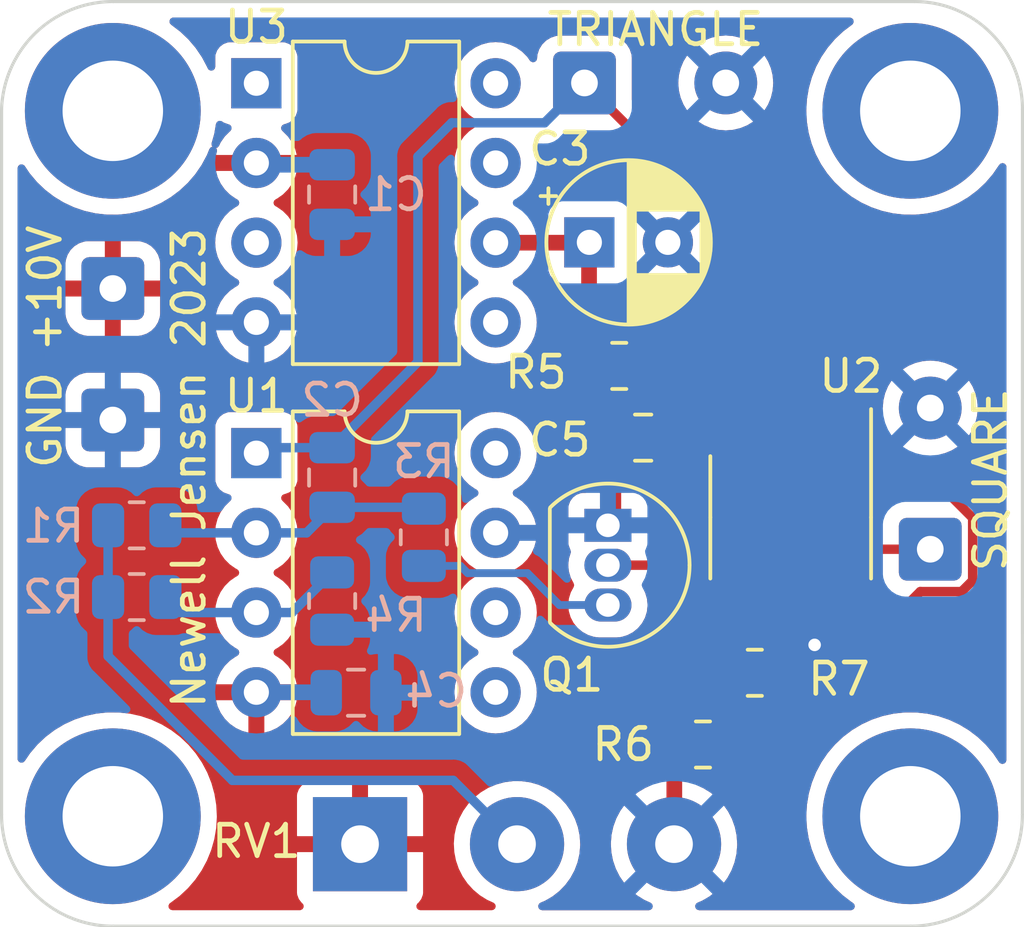
<source format=kicad_pcb>
(kicad_pcb (version 20211014) (generator pcbnew)
  (title_block (title "AOE Precision VCO") (date "2023-06-25") (company "Newell Jensen"))
  (layers (0 "F.Cu" signal) (31 "B.Cu" signal) (34 "B.Paste" user) (35 "F.Paste" user) (36 "B.SilkS" user "B.Silkscreen") (37 "F.SilkS" user "F.Silkscreen") (38 "B.Mask" user) (39 "F.Mask" user) (44 "Edge.Cuts" user))
  (net 0 "")
  (net 1 "Net-(R5-Pad2)")
  (net 2 "Net-(J4-Pad1)")
  (net 3 "GNDREF")
  (net 4 "Net-(C3-Pad1)")
  (net 5 "Net-(R1-Pad1)")
  (net 6 "Net-(C2-Pad1)")
  (net 7 "Net-(R2-Pad2)")
  (net 8 "Net-(Q1-Pad3)")
  (net 9 "Net-(C2-Pad2)")
  (net 15 "+10V")
  (footprint "Package_TO_SOT_THT:TO-92_Inline" (layer "F.Cu") (at 82.939 67.871 -90)
    (fp_text reference "Q1" (at 4.773 1.151) (layer "F.SilkS"))
    (fp_text value "2N7000" hide)
    (fp_line (start -0.53 1.85) (end 3.07 1.85) (layer "F.SilkS") (width 0.12))
    (fp_arc (start 1.27 -2.6) (mid 3.672087 -0.994977) (end 3.108478 1.838478) (layer "F.SilkS") (width 0.12))
    (fp_arc (start -0.568478 1.838478) (mid -1.132087 -0.994977) (end 1.27 -2.6) (layer "F.SilkS") (width 0.12))
    (pad "1" thru_hole rect locked (at 0 0 270) (size 1.05 1.5) (drill 0.75) (layers *.Cu *.Mask) (net 3 "GNDREF"))
    (pad "2" thru_hole oval locked (at 1.27 0 270) (size 1.05 1.5) (drill 0.75) (layers *.Cu *.Mask) (net 2 "Net-(J4-Pad1)"))
    (pad "3" thru_hole oval locked (at 2.54 0 270) (size 1.05 1.5) (drill 0.75) (layers *.Cu *.Mask) (net 8 "Net-(Q1-Pad3)"))
  )
  (footprint "Resistor_SMD:R_0805_2012Metric" (layer "F.Cu") (at 83.299 62.791)
    (fp_text reference "R5" (at -2.654 0.201) (layer "F.SilkS"))
    (fp_text value "10k" hide)
    (fp_line (start -0.227064 -0.735) (end 0.227064 -0.735) (layer "F.SilkS") (width 0.12))
    (fp_line (start -0.227064 0.735) (end 0.227064 0.735) (layer "F.SilkS") (width 0.12))
    (pad "1" smd roundrect locked (at -0.9125 0) (size 1.025 1.4) (layers "F.Cu" "F.Paste" "F.Mask") (roundrect_rratio 0.243902439) (net 4 "Net-(C3-Pad1)"))
    (pad "2" smd roundrect locked (at 0.9125 0) (size 1.025 1.4) (layers "F.Cu" "F.Paste" "F.Mask") (roundrect_rratio 0.243902439) (net 1 "Net-(R5-Pad2)"))
  )
  (footprint "Connector_Wire:SolderWire-0.25sqmm_1x02_P4.5mm_D0.65mm_OD2mm" (layer "F.Cu") (at 82.192 53.774)
    (fp_text reference "TRIANGLE" (at 2.263 -1.704 180) (layer "F.SilkS"))
    (fp_text value "Conn_Coaxial" hide)
    (pad "1" thru_hole roundrect locked (at 0 0) (size 2 2) (drill 0.85) (layers *.Cu *.Mask) (roundrect_rratio 0.125) (net 9 "Net-(C2-Pad2)"))
    (pad "2" thru_hole circle locked (at 4.5 0) (size 2 2) (drill 0.85) (layers *.Cu *.Mask) (net 3 "GNDREF"))
  )
  (footprint "Resistor_SMD:R_0805_2012Metric" (layer "F.Cu") (at 85.966 74.856 180)
    (fp_text reference "R6" (at 2.54 0) (layer "F.SilkS"))
    (fp_text value "10k" hide)
    (fp_line (start -0.227064 0.735) (end 0.227064 0.735) (layer "F.SilkS") (width 0.12))
    (fp_line (start -0.227064 -0.735) (end 0.227064 -0.735) (layer "F.SilkS") (width 0.12))
    (pad "1" smd roundrect locked (at -0.9125 0 180) (size 1.025 1.4) (layers "F.Cu" "F.Paste" "F.Mask") (roundrect_rratio 0.243902439) (net 1 "Net-(R5-Pad2)"))
    (pad "2" smd roundrect locked (at 0.9125 0 180) (size 1.025 1.4) (layers "F.Cu" "F.Paste" "F.Mask") (roundrect_rratio 0.243902439) (net 3 "GNDREF"))
  )
  (footprint "Package_DIP:DIP-8_W7.62mm" (layer "F.Cu") (at 71.742 65.571)
    (fp_text reference "U1" (at 0 -1.817) (layer "F.SilkS"))
    (fp_text value "LT1077A" hide)
    (fp_line (start 2.81 -1.33) (end 1.16 -1.33) (layer "F.SilkS") (width 0.12))
    (fp_line (start 1.16 -1.33) (end 1.16 8.95) (layer "F.SilkS") (width 0.12))
    (fp_line (start 1.16 8.95) (end 6.46 8.95) (layer "F.SilkS") (width 0.12))
    (fp_line (start 6.46 -1.33) (end 4.81 -1.33) (layer "F.SilkS") (width 0.12))
    (fp_line (start 6.46 8.95) (end 6.46 -1.33) (layer "F.SilkS") (width 0.12))
    (fp_arc (start 4.81 -1.33) (mid 3.81 -0.33) (end 2.81 -1.33) (layer "F.SilkS") (width 0.12))
    (pad "1" thru_hole rect locked (at 0 0) (size 1.6 1.6) (drill 0.8) (layers *.Cu *.Mask) (net 9 "Net-(C2-Pad2)"))
    (pad "2" thru_hole oval locked (at 0 2.54) (size 1.6 1.6) (drill 0.8) (layers *.Cu *.Mask) (net 6 "Net-(C2-Pad1)"))
    (pad "3" thru_hole oval locked (at 0 5.08) (size 1.6 1.6) (drill 0.8) (layers *.Cu *.Mask) (net 7 "Net-(R2-Pad2)"))
    (pad "4" thru_hole oval locked (at 0 7.62) (size 1.6 1.6) (drill 0.8) (layers *.Cu *.Mask) (net 15 "+10V"))
    (pad "5" thru_hole oval locked (at 7.62 7.62) (size 1.6 1.6) (drill 0.8) (layers *.Cu *.Mask))
    (pad "6" thru_hole oval locked (at 7.62 5.08) (size 1.6 1.6) (drill 0.8) (layers *.Cu *.Mask))
    (pad "7" thru_hole oval locked (at 7.62 2.54) (size 1.6 1.6) (drill 0.8) (layers *.Cu *.Mask) (net 3 "GNDREF"))
    (pad "8" thru_hole oval locked (at 7.62 0) (size 1.6 1.6) (drill 0.8) (layers *.Cu *.Mask))
  )
  (footprint "Capacitor_SMD:C_0805_2012Metric" (layer "F.Cu") (at 84.061 65.077)
    (fp_text reference "C5" (at -2.654 0.074) (layer "F.SilkS"))
    (fp_text value "0.1uF" hide)
    (fp_line (start -0.261252 -0.735) (end 0.261252 -0.735) (layer "F.SilkS") (width 0.12))
    (fp_line (start -0.261252 0.735) (end 0.261252 0.735) (layer "F.SilkS") (width 0.12))
    (pad "1" smd roundrect locked (at -0.95 0) (size 1 1.45) (layers "F.Cu" "F.Paste" "F.Mask") (net 3 "GNDREF"))
    (pad "2" smd roundrect locked (at 0.95 0) (size 1 1.45) (layers "F.Cu" "F.Paste" "F.Mask") (net 4 "Net-(C3-Pad1)"))
  )
  (footprint "Connector_Wire:SolderWire-0.25sqmm_1x02_P4.5mm_D0.65mm_OD2mm" (layer "F.Cu") (at 93.205 68.633 90)
    (fp_text reference "SQUARE" (at 2.212 1.918 90) (layer "F.SilkS"))
    (fp_text value "Conn_Coaxial" hide)
    (pad "1" thru_hole roundrect locked (at 0 0 90) (size 2 2) (drill 0.85) (layers *.Cu *.Mask) (roundrect_rratio 0.125) (net 2 "Net-(J4-Pad1)"))
    (pad "2" thru_hole circle locked (at 4.5 0 90) (size 2 2) (drill 0.85) (layers *.Cu *.Mask) (net 3 "GNDREF"))
  )
  (footprint "Potentiometer_THT:RV1_1" (layer "F.Cu") (at 75.044 78.031 90)
    (fp_text reference locked "RV1" (at 0.09 -3.302 180) (layer "F.SilkS"))
    (fp_text value "10k" hide)
    (pad "1" thru_hole rect (at 0 0 270) (size 3 3) (drill 1.2) (layers *.Cu *.Mask) (net 15 "+10V"))
    (pad "2" thru_hole circle (at 0 5 270) (size 3 3) (drill 1.2) (layers *.Cu *.Mask) (net 5 "Net-(R1-Pad1)"))
    (pad "3" thru_hole circle (at 0 10 270) (size 3 3) (drill 1.2) (layers *.Cu *.Mask) (net 3 "GNDREF"))
  )
  (footprint "Resistor_SMD:R_0805_2012Metric" (layer "F.Cu") (at 87.617 72.57)
    (fp_text reference "R7" (at 2.68 0.201) (layer "F.SilkS"))
    (fp_text value "10k" hide)
    (fp_line (start -0.227064 0.735) (end 0.227064 0.735) (layer "F.SilkS") (width 0.12))
    (fp_line (start -0.227064 -0.735) (end 0.227064 -0.735) (layer "F.SilkS") (width 0.12))
    (pad "1" smd roundrect locked (at -0.9125 0) (size 1.025 1.4) (layers "F.Cu" "F.Paste" "F.Mask") (roundrect_rratio 0.243902439) (net 1 "Net-(R5-Pad2)"))
    (pad "2" smd roundrect locked (at 0.9125 0) (size 1.025 1.4) (layers "F.Cu" "F.Paste" "F.Mask") (roundrect_rratio 0.243902439) (net 2 "Net-(J4-Pad1)"))
  )
  (footprint "MountingHole:MountingHole_3.2mm_M3_DIN965_Pad" (layer "F.Cu") (at 92.57 54.663)
    (fp_text reference "REF**" hide)
    (fp_text value "MountingHole_3.2mm_M3_DIN965_Pad" hide)
    (pad "1" thru_hole circle locked (at 0 0) (size 5.6 5.6) (drill 3.2) (layers *.Cu *.Mask))
  )
  (footprint "Package_DIP:DIP-8_W7.62mm" (layer "F.Cu") (at 71.742 53.784)
    (fp_text reference "U3" (at 0 -1.788) (layer "F.SilkS"))
    (fp_text value "LT1027DCN8-5" hide)
    (fp_line (start 2.81 -1.33) (end 1.16 -1.33) (layer "F.SilkS") (width 0.12))
    (fp_line (start 6.46 -1.33) (end 4.81 -1.33) (layer "F.SilkS") (width 0.12))
    (fp_line (start 1.16 -1.33) (end 1.16 8.95) (layer "F.SilkS") (width 0.12))
    (fp_line (start 1.16 8.95) (end 6.46 8.95) (layer "F.SilkS") (width 0.12))
    (fp_line (start 6.46 8.95) (end 6.46 -1.33) (layer "F.SilkS") (width 0.12))
    (fp_arc (start 4.81 -1.33) (mid 3.81 -0.33) (end 2.81 -1.33) (layer "F.SilkS") (width 0.12))
    (pad "1" thru_hole rect locked (at 0 0) (size 1.6 1.6) (drill 0.8) (layers *.Cu *.Mask))
    (pad "2" thru_hole oval locked (at 0 2.54) (size 1.6 1.6) (drill 0.8) (layers *.Cu *.Mask) (net 15 "+10V"))
    (pad "3" thru_hole oval locked (at 0 5.08) (size 1.6 1.6) (drill 0.8) (layers *.Cu *.Mask))
    (pad "4" thru_hole oval locked (at 0 7.62) (size 1.6 1.6) (drill 0.8) (layers *.Cu *.Mask) (net 3 "GNDREF"))
    (pad "5" thru_hole oval locked (at 7.62 7.62) (size 1.6 1.6) (drill 0.8) (layers *.Cu *.Mask))
    (pad "6" thru_hole oval locked (at 7.62 5.08) (size 1.6 1.6) (drill 0.8) (layers *.Cu *.Mask) (net 4 "Net-(C3-Pad1)"))
    (pad "7" thru_hole oval locked (at 7.62 2.54) (size 1.6 1.6) (drill 0.8) (layers *.Cu *.Mask))
    (pad "8" thru_hole oval locked (at 7.62 0) (size 1.6 1.6) (drill 0.8) (layers *.Cu *.Mask))
  )
  (footprint "MountingHole:MountingHole_3.2mm_M3_DIN965_Pad" (layer "F.Cu") (at 67.17 54.663)
    (fp_text reference "REF**" hide)
    (fp_text value "MountingHole_3.2mm_M3_DIN965_Pad" hide)
    (pad "1" thru_hole circle locked (at 0 0) (size 5.6 5.6) (drill 3.2) (layers *.Cu *.Mask))
  )
  (footprint "MountingHole:MountingHole_3.2mm_M3_DIN965_Pad" (layer "F.Cu") (at 92.57 77.142)
    (fp_text reference "REF**" hide)
    (fp_text value "MountingHole_3.2mm_M3_DIN965_Pad" hide)
    (pad "1" thru_hole circle locked (at 0 0) (size 5.6 5.6) (drill 3.2) (layers *.Cu *.Mask))
  )
  (footprint "Connector_Wire:SolderWire-0.25sqmm_1x01_D0.65mm_OD2mm" (layer "F.Cu") (at 67.17 64.516)
    (fp_text reference "GND" (at -2.159 0 90) (layer "F.SilkS"))
    (fp_text value "Conn_01x01" hide)
    (pad "1" thru_hole roundrect locked (at 0 0) (size 2 2) (drill 0.85) (layers *.Cu *.Mask) (roundrect_rratio 0.125) (net 3 "GNDREF"))
  )
  (footprint "Package_SO:SOIC-8_3.9x4.9mm_P1.27mm" (layer "F.Cu") (at 88.76 67.617 -90)
    (fp_text reference "U2" (at -4.498 -1.918 180) (layer "F.SilkS"))
    (fp_text value "TLV3501" hide)
    (fp_line (start 0 -2.56) (end 1.95 -2.56) (layer "F.SilkS") (width 0.12))
    (fp_line (start 0 -2.56) (end -3.45 -2.56) (layer "F.SilkS") (width 0.12))
    (fp_line (start 0 2.56) (end -1.95 2.56) (layer "F.SilkS") (width 0.12))
    (fp_line (start 0 2.56) (end 1.95 2.56) (layer "F.SilkS") (width 0.12))
    (pad "1" smd roundrect locked (at -2.475 -1.905 270) (size 1.95 0.6) (layers "F.Cu" "F.Paste" "F.Mask"))
    (pad "2" smd roundrect locked (at -2.475 -0.635 270) (size 1.95 0.6) (layers "F.Cu" "F.Paste" "F.Mask") (net 9 "Net-(C2-Pad2)"))
    (pad "3" smd roundrect locked (at -2.475 0.635 270) (size 1.95 0.6) (layers "F.Cu" "F.Paste" "F.Mask") (net 1 "Net-(R5-Pad2)"))
    (pad "4" smd roundrect locked (at -2.475 1.905 270) (size 1.95 0.6) (layers "F.Cu" "F.Paste" "F.Mask") (net 4 "Net-(C3-Pad1)"))
    (pad "5" smd roundrect locked (at 2.475 1.905 270) (size 1.95 0.6) (layers "F.Cu" "F.Paste" "F.Mask"))
    (pad "6" smd roundrect locked (at 2.475 0.635 270) (size 1.95 0.6) (layers "F.Cu" "F.Paste" "F.Mask") (net 2 "Net-(J4-Pad1)"))
    (pad "7" smd roundrect locked (at 2.475 -0.635 270) (size 1.95 0.6) (layers "F.Cu" "F.Paste" "F.Mask") (net 3 "GNDREF"))
    (pad "8" smd roundrect locked (at 2.475 -1.905 270) (size 1.95 0.6) (layers "F.Cu" "F.Paste" "F.Mask"))
  )
  (footprint "Connector_Wire:SolderWire-0.25sqmm_1x01_D0.65mm_OD2mm" (layer "F.Cu") (at 67.17 60.325)
    (fp_text reference "+10V" (at -2.159 0 270) (layer "F.SilkS"))
    (fp_text value "Conn_01x01" hide)
    (pad "1" thru_hole roundrect locked (at 0 0) (size 2 2) (drill 0.85) (layers *.Cu *.Mask) (roundrect_rratio 0.125) (net 15 "+10V"))
  )
  (footprint "MountingHole:MountingHole_3.2mm_M3_DIN965_Pad" (layer "F.Cu") (at 67.17 77.142)
    (fp_text reference "REF**" hide)
    (fp_text value "MountingHole_3.2mm_M3_DIN965_Pad" hide)
    (pad "1" thru_hole circle locked (at 0 0) (size 5.6 5.6) (drill 3.2) (layers *.Cu *.Mask))
  )
  (footprint "Capacitor_THT:CP_Radial_D5.0mm_P2.50mm" (layer "F.Cu") (at 82.347888 58.854)
    (fp_text reference "C3" (at -0.940888 -2.974) (layer "F.SilkS"))
    (fp_text value "4.7uF" hide)
    (fp_line (start 3.211 1.04) (end 3.211 1.699) (layer "F.SilkS") (width 0.12))
    (fp_line (start 3.251 -1.653) (end 3.251 -1.04) (layer "F.SilkS") (width 0.12))
    (fp_line (start 2.531 1.04) (end 2.531 2.247) (layer "F.SilkS") (width 0.12))
    (fp_line (start 3.371 1.04) (end 3.371 1.5) (layer "F.SilkS") (width 0.12))
    (fp_line (start 3.451 1.04) (end 3.451 1.383) (layer "F.SilkS") (width 0.12))
    (fp_line (start 1.57 -2.561) (end 1.57 -1.04) (layer "F.SilkS") (width 0.12))
    (fp_line (start 3.291 1.04) (end 3.291 1.605) (layer "F.SilkS") (width 0.12))
    (fp_line (start 3.531 1.04) (end 3.531 1.251) (layer "F.SilkS") (width 0.12))
    (fp_line (start 2.051 1.04) (end 2.051 2.455) (layer "F.SilkS") (width 0.12))
    (fp_line (start 3.491 -1.319) (end 3.491 -1.04) (layer "F.SilkS") (width 0.12))
    (fp_line (start 2.411 -2.31) (end 2.411 -1.04) (layer "F.SilkS") (width 0.12))
    (fp_line (start 3.411 -1.443) (end 3.411 -1.04) (layer "F.SilkS") (width 0.12))
    (fp_line (start 3.531 -1.251) (end 3.531 -1.04) (layer "F.SilkS") (width 0.12))
    (fp_line (start 1.69 1.04) (end 1.69 2.543) (layer "F.SilkS") (width 0.12))
    (fp_line (start 1.33 -2.579) (end 1.33 2.579) (layer "F.SilkS") (width 0.12))
    (fp_line (start 2.011 -2.468) (end 2.011 -1.04) (layer "F.SilkS") (width 0.12))
    (fp_line (start 1.69 -2.543) (end 1.69 -1.04) (layer "F.SilkS") (width 0.12))
    (fp_line (start 3.691 -0.915) (end 3.691 0.915) (layer "F.SilkS") (width 0.12))
    (fp_line (start 1.29 -2.58) (end 1.29 2.58) (layer "F.SilkS") (width 0.12))
    (fp_line (start 2.771 -2.095) (end 2.771 -1.04) (layer "F.SilkS") (width 0.12))
    (fp_line (start 2.251 1.04) (end 2.251 2.382) (layer "F.SilkS") (width 0.12))
    (fp_line (start 3.451 -1.383) (end 3.451 -1.04) (layer "F.SilkS") (width 0.12))
    (fp_line (start 1.65 1.04) (end 1.65 2.55) (layer "F.SilkS") (width 0.12))
    (fp_line (start 1.81 -2.52) (end 1.81 -1.04) (layer "F.SilkS") (width 0.12))
    (fp_line (start 1.85 -2.511) (end 1.85 -1.04) (layer "F.SilkS") (width 0.12))
    (fp_line (start 2.851 -2.035) (end 2.851 -1.04) (layer "F.SilkS") (width 0.12))
    (fp_line (start 3.131 -1.785) (end 3.131 -1.04) (layer "F.SilkS") (width 0.12))
    (fp_line (start 2.451 -2.29) (end 2.451 -1.04) (layer "F.SilkS") (width 0.12))
    (fp_line (start 1.93 1.04) (end 1.93 2.491) (layer "F.SilkS") (width 0.12))
    (fp_line (start 2.571 1.04) (end 2.571 2.224) (layer "F.SilkS") (width 0.12))
    (fp_line (start 1.65 -2.55) (end 1.65 -1.04) (layer "F.SilkS") (width 0.12))
    (fp_line (start 2.971 -1.937) (end 2.971 -1.04) (layer "F.SilkS") (width 0.12))
    (fp_line (start 1.77 -2.528) (end 1.77 -1.04) (layer "F.SilkS") (width 0.12))
    (fp_line (start 2.091 -2.442) (end 2.091 -1.04) (layer "F.SilkS") (width 0.12))
    (fp_line (start 1.25 -2.58) (end 1.25 2.58) (layer "F.SilkS") (width 0.12))
    (fp_line (start 1.81 1.04) (end 1.81 2.52) (layer "F.SilkS") (width 0.12))
    (fp_line (start 1.41 -2.576) (end 1.41 2.576) (layer "F.SilkS") (width 0.12))
    (fp_line (start 2.331 1.04) (end 2.331 2.348) (layer "F.SilkS") (width 0.12))
    (fp_line (start 3.811 -0.518) (end 3.811 0.518) (layer "F.SilkS") (width 0.12))
    (fp_line (start 3.571 -1.178) (end 3.571 1.178) (layer "F.SilkS") (width 0.12))
    (fp_line (start 2.251 -2.382) (end 2.251 -1.04) (layer "F.SilkS") (width 0.12))
    (fp_line (start 3.851 -0.284) (end 3.851 0.284) (layer "F.SilkS") (width 0.12))
    (fp_line (start 2.691 1.04) (end 2.691 2.149) (layer "F.SilkS") (width 0.12))
    (fp_line (start 2.851 1.04) (end 2.851 2.035) (layer "F.SilkS") (width 0.12))
    (fp_line (start 3.091 -1.826) (end 3.091 -1.04) (layer "F.SilkS") (width 0.12))
    (fp_line (start 1.89 1.04) (end 1.89 2.501) (layer "F.SilkS") (width 0.12))
    (fp_line (start 2.091 1.04) (end 2.091 2.442) (layer "F.SilkS") (width 0.12))
    (fp_line (start 3.171 1.04) (end 3.171 1.743) (layer "F.SilkS") (width 0.12))
    (fp_line (start 1.77 1.04) (end 1.77 2.528) (layer "F.SilkS") (width 0.12))
    (fp_line (start 2.051 -2.455) (end 2.051 -1.04) (layer "F.SilkS") (width 0.12))
    (fp_line (start 2.411 1.04) (end 2.411 2.31) (layer "F.SilkS") (width 0.12))
    (fp_line (start -1.554775 -1.475) (end -1.054775 -1.475) (layer "F.SilkS") (width 0.12))
    (fp_line (start 3.611 -1.098) (end 3.611 1.098) (layer "F.SilkS") (width 0.12))
    (fp_line (start 3.131 1.04) (end 3.131 1.785) (layer "F.SilkS") (width 0.12))
    (fp_line (start 3.331 -1.554) (end 3.331 -1.04) (layer "F.SilkS") (width 0.12))
    (fp_line (start 2.171 1.04) (end 2.171 2.414) (layer "F.SilkS") (width 0.12))
    (fp_line (start 1.61 1.04) (end 1.61 2.556) (layer "F.SilkS") (width 0.12))
    (fp_line (start 3.251 1.04) (end 3.251 1.653) (layer "F.SilkS") (width 0.12))
    (fp_line (start 3.011 1.04) (end 3.011 1.901) (layer "F.SilkS") (width 0.12))
    (fp_line (start 3.091 1.04) (end 3.091 1.826) (layer "F.SilkS") (width 0.12))
    (fp_line (start 2.611 1.04) (end 2.611 2.2) (layer "F.SilkS") (width 0.12))
    (fp_line (start 2.771 1.04) (end 2.771 2.095) (layer "F.SilkS") (width 0.12))
    (fp_line (start 2.131 -2.428) (end 2.131 -1.04) (layer "F.SilkS") (width 0.12))
    (fp_line (start 3.011 -1.901) (end 3.011 -1.04) (layer "F.SilkS") (width 0.12))
    (fp_line (start 2.611 -2.2) (end 2.611 -1.04) (layer "F.SilkS") (width 0.12))
    (fp_line (start 3.771 -0.677) (end 3.771 0.677) (layer "F.SilkS") (width 0.12))
    (fp_line (start -1.304775 -1.725) (end -1.304775 -1.225) (layer "F.SilkS") (width 0.12))
    (fp_line (start 3.731 -0.805) (end 3.731 0.805) (layer "F.SilkS") (width 0.12))
    (fp_line (start 2.651 1.04) (end 2.651 2.175) (layer "F.SilkS") (width 0.12))
    (fp_line (start 2.571 -2.224) (end 2.571 -1.04) (layer "F.SilkS") (width 0.12))
    (fp_line (start 2.811 1.04) (end 2.811 2.065) (layer "F.SilkS") (width 0.12))
    (fp_line (start 2.731 1.04) (end 2.731 2.122) (layer "F.SilkS") (width 0.12))
    (fp_line (start 2.131 1.04) (end 2.131 2.428) (layer "F.SilkS") (width 0.12))
    (fp_line (start 3.411 1.04) (end 3.411 1.443) (layer "F.SilkS") (width 0.12))
    (fp_line (start 3.171 -1.743) (end 3.171 -1.04) (layer "F.SilkS") (width 0.12))
    (fp_line (start 2.291 -2.365) (end 2.291 -1.04) (layer "F.SilkS") (width 0.12))
    (fp_line (start 2.651 -2.175) (end 2.651 -1.04) (layer "F.SilkS") (width 0.12))
    (fp_line (start 2.291 1.04) (end 2.291 2.365) (layer "F.SilkS") (width 0.12))
    (fp_line (start 1.49 -2.569) (end 1.49 -1.04) (layer "F.SilkS") (width 0.12))
    (fp_line (start 2.211 1.04) (end 2.211 2.398) (layer "F.SilkS") (width 0.12))
    (fp_line (start 2.891 -2.004) (end 2.891 -1.04) (layer "F.SilkS") (width 0.12))
    (fp_line (start 1.93 -2.491) (end 1.93 -1.04) (layer "F.SilkS") (width 0.12))
    (fp_line (start 2.451 1.04) (end 2.451 2.29) (layer "F.SilkS") (width 0.12))
    (fp_line (start 2.491 -2.268) (end 2.491 -1.04) (layer "F.SilkS") (width 0.12))
    (fp_line (start 2.331 -2.348) (end 2.331 -1.04) (layer "F.SilkS") (width 0.12))
    (fp_line (start 2.731 -2.122) (end 2.731 -1.04) (layer "F.SilkS") (width 0.12))
    (fp_line (start 1.57 1.04) (end 1.57 2.561) (layer "F.SilkS") (width 0.12))
    (fp_line (start 2.531 -2.247) (end 2.531 -1.04) (layer "F.SilkS") (width 0.12))
    (fp_line (start 2.931 -1.971) (end 2.931 -1.04) (layer "F.SilkS") (width 0.12))
    (fp_line (start 3.371 -1.5) (end 3.371 -1.04) (layer "F.SilkS") (width 0.12))
    (fp_line (start 1.85 1.04) (end 1.85 2.511) (layer "F.SilkS") (width 0.12))
    (fp_line (start 2.691 -2.149) (end 2.691 -1.04) (layer "F.SilkS") (width 0.12))
    (fp_line (start 2.811 -2.065) (end 2.811 -1.04) (layer "F.SilkS") (width 0.12))
    (fp_line (start 3.051 -1.864) (end 3.051 -1.04) (layer "F.SilkS") (width 0.12))
    (fp_line (start 1.37 -2.578) (end 1.37 2.578) (layer "F.SilkS") (width 0.12))
    (fp_line (start 1.45 -2.573) (end 1.45 2.573) (layer "F.SilkS") (width 0.12))
    (fp_line (start 1.971 1.04) (end 1.971 2.48) (layer "F.SilkS") (width 0.12))
    (fp_line (start 3.651 -1.011) (end 3.651 1.011) (layer "F.SilkS") (width 0.12))
    (fp_line (start 3.211 -1.699) (end 3.211 -1.04) (layer "F.SilkS") (width 0.12))
    (fp_line (start 2.011 1.04) (end 2.011 2.468) (layer "F.SilkS") (width 0.12))
    (fp_line (start 2.891 1.04) (end 2.891 2.004) (layer "F.SilkS") (width 0.12))
    (fp_line (start 2.491 1.04) (end 2.491 2.268) (layer "F.SilkS") (width 0.12))
    (fp_line (start 2.171 -2.414) (end 2.171 -1.04) (layer "F.SilkS") (width 0.12))
    (fp_line (start 2.371 1.04) (end 2.371 2.329) (layer "F.SilkS") (width 0.12))
    (fp_line (start 3.051 1.04) (end 3.051 1.864) (layer "F.SilkS") (width 0.12))
    (fp_line (start 2.211 -2.398) (end 2.211 -1.04) (layer "F.SilkS") (width 0.12))
    (fp_line (start 1.73 1.04) (end 1.73 2.536) (layer "F.SilkS") (width 0.12))
    (fp_line (start 1.53 1.04) (end 1.53 2.565) (layer "F.SilkS") (width 0.12))
    (fp_line (start 2.371 -2.329) (end 2.371 -1.04) (layer "F.SilkS") (width 0.12))
    (fp_line (start 1.49 1.04) (end 1.49 2.569) (layer "F.SilkS") (width 0.12))
    (fp_line (start 3.291 -1.605) (end 3.291 -1.04) (layer "F.SilkS") (width 0.12))
    (fp_line (start 3.491 1.04) (end 3.491 1.319) (layer "F.SilkS") (width 0.12))
    (fp_line (start 1.971 -2.48) (end 1.971 -1.04) (layer "F.SilkS") (width 0.12))
    (fp_line (start 1.61 -2.556) (end 1.61 -1.04) (layer "F.SilkS") (width 0.12))
    (fp_line (start 1.53 -2.565) (end 1.53 -1.04) (layer "F.SilkS") (width 0.12))
    (fp_line (start 2.931 1.04) (end 2.931 1.971) (layer "F.SilkS") (width 0.12))
    (fp_line (start 1.89 -2.501) (end 1.89 -1.04) (layer "F.SilkS") (width 0.12))
    (fp_line (start 3.331 1.04) (end 3.331 1.554) (layer "F.SilkS") (width 0.12))
    (fp_line (start 2.971 1.04) (end 2.971 1.937) (layer "F.SilkS") (width 0.12))
    (fp_line (start 1.73 -2.536) (end 1.73 -1.04) (layer "F.SilkS") (width 0.12))
    (fp_circle (center 1.25 0) (end 3.87 0) (layer "F.SilkS") (width 0.12) (fill none))
    (pad "1" thru_hole rect locked (at 0 0) (size 1.6 1.6) (drill 0.8) (layers *.Cu *.Mask) (net 4 "Net-(C3-Pad1)"))
    (pad "2" thru_hole circle locked (at 2.5 0) (size 1.6 1.6) (drill 0.8) (layers *.Cu *.Mask) (net 3 "GNDREF"))
  )
  (footprint "Resistor_SMD:R_0805_2012Metric" (layer "B.Cu") (at 67.932 70.157)
    (fp_text reference "R2" (at -2.654 0) (layer "B.SilkS") (effects (justify mirror)))
    (fp_text value "10k" hide)
    (fp_line (start -0.227064 0.735) (end 0.227064 0.735) (layer "B.SilkS") (width 0.12))
    (fp_line (start -0.227064 -0.735) (end 0.227064 -0.735) (layer "B.SilkS") (width 0.12))
    (pad "1" smd roundrect locked (at -0.9125 0) (size 1.025 1.4) (layers "B.Cu" "B.Paste" "B.Mask") (roundrect_rratio 0.243902439) (net 5 "Net-(R1-Pad1)"))
    (pad "2" smd roundrect locked (at 0.9125 0) (size 1.025 1.4) (layers "B.Cu" "B.Paste" "B.Mask") (roundrect_rratio 0.243902439) (net 7 "Net-(R2-Pad2)"))
  )
  (footprint "Resistor_SMD:R_0805_2012Metric" (layer "B.Cu") (at 74.155 70.284 90)
    (fp_text reference "R4" (at -0.455 2.032) (layer "B.SilkS") (effects (justify mirror)))
    (fp_text value "10k" hide)
    (fp_line (start -0.227064 0.735) (end 0.227064 0.735) (layer "B.SilkS") (width 0.12))
    (fp_line (start -0.227064 -0.735) (end 0.227064 -0.735) (layer "B.SilkS") (width 0.12))
    (pad "1" smd roundrect locked (at -0.9125 0 90) (size 1.025 1.4) (layers "B.Cu" "B.Paste" "B.Mask") (roundrect_rratio 0.243902439) (net 3 "GNDREF"))
    (pad "2" smd roundrect locked (at 0.9125 0 90) (size 1.025 1.4) (layers "B.Cu" "B.Paste" "B.Mask") (roundrect_rratio 0.243902439) (net 7 "Net-(R2-Pad2)"))
  )
  (footprint "Resistor_SMD:R_0805_2012Metric" (layer "B.Cu") (at 67.932 67.871)
    (fp_text reference "R1" (at -2.654 0.024) (layer "B.SilkS") (effects (justify mirror)))
    (fp_text value "7.5k" hide)
    (fp_line (start -0.227064 -0.735) (end 0.227064 -0.735) (layer "B.SilkS") (width 0.12))
    (fp_line (start -0.227064 0.735) (end 0.227064 0.735) (layer "B.SilkS") (width 0.12))
    (pad "1" smd roundrect locked (at -0.9125 0) (size 1.025 1.4) (layers "B.Cu" "B.Paste" "B.Mask") (roundrect_rratio 0.243902439) (net 5 "Net-(R1-Pad1)"))
    (pad "2" smd roundrect locked (at 0.9125 0) (size 1.025 1.4) (layers "B.Cu" "B.Paste" "B.Mask") (roundrect_rratio 0.243902439) (net 6 "Net-(C2-Pad1)"))
  )
  (footprint "Capacitor_SMD:C_0805_2012Metric" (layer "B.Cu") (at 74.917 73.205 180)
    (fp_text reference "C4" (at -2.553 0.053) (layer "B.SilkS") (effects (justify mirror)))
    (fp_text value "0.1uF" hide)
    (fp_line (start -0.261252 -0.735) (end 0.261252 -0.735) (layer "B.SilkS") (width 0.12))
    (fp_line (start -0.261252 0.735) (end 0.261252 0.735) (layer "B.SilkS") (width 0.12))
    (pad "1" smd roundrect locked (at -0.95 0 180) (size 1 1.45) (layers "B.Cu" "B.Paste" "B.Mask") (net 3 "GNDREF"))
    (pad "2" smd roundrect locked (at 0.95 0 180) (size 1 1.45) (layers "B.Cu" "B.Paste" "B.Mask") (net 15 "+10V"))
  )
  (footprint "Resistor_SMD:R_0805_2012Metric" (layer "B.Cu") (at 77.076 68.252 90)
    (fp_text reference "R3" (at 2.413 0) (layer "B.SilkS") (effects (justify mirror)))
    (fp_text value "3.74k" hide)
    (fp_line (start -0.227064 0.735) (end 0.227064 0.735) (layer "B.SilkS") (width 0.12))
    (fp_line (start -0.227064 -0.735) (end 0.227064 -0.735) (layer "B.SilkS") (width 0.12))
    (pad "1" smd roundrect locked (at -0.9125 0 90) (size 1.025 1.4) (layers "B.Cu" "B.Paste" "B.Mask") (roundrect_rratio 0.243902439) (net 8 "Net-(Q1-Pad3)"))
    (pad "2" smd roundrect locked (at 0.9125 0 90) (size 1.025 1.4) (layers "B.Cu" "B.Paste" "B.Mask") (roundrect_rratio 0.243902439) (net 6 "Net-(C2-Pad1)"))
  )
  (footprint "Capacitor_SMD:C_0805_2012Metric" (layer "B.Cu") (at 74.155 57.33 -90)
    (fp_text reference "C1" (at 0 -2.032) (layer "B.SilkS") (effects (justify mirror)))
    (fp_text value "0.1uF" hide)
    (fp_line (start -0.261252 0.735) (end 0.261252 0.735) (layer "B.SilkS") (width 0.12))
    (fp_line (start -0.261252 -0.735) (end 0.261252 -0.735) (layer "B.SilkS") (width 0.12))
    (pad "1" smd roundrect locked (at -0.95 0 270) (size 1 1.45) (layers "B.Cu" "B.Paste" "B.Mask") (net 15 "+10V"))
    (pad "2" smd roundrect locked (at 0.95 0 270) (size 1 1.45) (layers "B.Cu" "B.Paste" "B.Mask") (net 3 "GNDREF"))
  )
  (footprint "Capacitor_SMD:C_0805_2012Metric" (layer "B.Cu") (at 74.155 66.347 90)
    (fp_text reference "C2" (at 2.466 0) (layer "B.SilkS") (effects (justify mirror)))
    (fp_text value "0.1uF" hide)
    (fp_line (start -0.261252 0.735) (end 0.261252 0.735) (layer "B.SilkS") (width 0.12))
    (fp_line (start -0.261252 -0.735) (end 0.261252 -0.735) (layer "B.SilkS") (width 0.12))
    (pad "1" smd roundrect locked (at -0.95 0 90) (size 1 1.45) (layers "B.Cu" "B.Paste" "B.Mask") (net 6 "Net-(C2-Pad1)"))
    (pad "2" smd roundrect locked (at 0.95 0 90) (size 1 1.45) (layers "B.Cu" "B.Paste" "B.Mask") (net 9 "Net-(C2-Pad2)"))
  )
  (gr_arc (start 96.139 77.089) (mid 95.097472 79.603472) (end 92.583 80.645) (layer "Edge.Cuts") (width 0.1))
  (gr_line (start 67.183 51.181) (end 92.71 51.181) (layer "Edge.Cuts") (width 0.1))
  (gr_line (start 63.627 77.089) (end 63.627 54.61) (layer "Edge.Cuts") (width 0.1))
  (gr_line (start 67.183 80.645) (end 92.583 80.645) (layer "Edge.Cuts") (width 0.1))
  (gr_arc (start 92.71 51.181) (mid 95.136188 52.1845) (end 96.141351 54.61) (layer "Edge.Cuts") (width 0.1))
  (gr_arc (start 63.627 54.61) (mid 64.712363 52.177209) (end 67.183 51.181) (layer "Edge.Cuts") (width 0.1))
  (gr_line (start 96.139 77.089) (end 96.141351 54.61) (layer "Edge.Cuts") (width 0.1))
  (gr_arc (start 67.183 80.645) (mid 64.668528 79.603472) (end 63.627 77.089) (layer "Edge.Cuts") (width 0.1))
  (gr_text "Newell Jensen 2023" (at 69.596 66.04 90) (layer "F.SilkS") (effects (font (size 1 1))))
  (segment (start 86.8785 73.8635) (end 86.7045 73.6895) (width 0.3) (layer "F.Cu") (net 1))
  (segment (start 88.013997 74.856) (end 92.886997 69.983) (width 0.3) (layer "F.Cu") (net 1))
  (segment (start 92.886997 69.983) (end 94.203528 69.983) (width 0.3) (layer "F.Cu") (net 1))
  (segment (start 88.125 66.347) (end 88.125 65.142) (width 0.3) (layer "F.Cu") (net 1))
  (segment (start 88.125 64.061) (end 86.855 62.791) (width 0.3) (layer "F.Cu") (net 1))
  (segment (start 88.245 66.467) (end 88.125 66.347) (width 0.3) (layer "F.Cu") (net 1))
  (segment (start 94.555 69.631528) (end 94.555 67.634472) (width 0.3) (layer "F.Cu") (net 1))
  (segment (start 86.8785 74.856) (end 86.8785 73.8635) (width 0.3) (layer "F.Cu") (net 1))
  (segment (start 94.203528 69.983) (end 94.555 69.631528) (width 0.3) (layer "F.Cu") (net 1))
  (segment (start 94.555 67.634472) (end 93.387528 66.467) (width 0.3) (layer "F.Cu") (net 1))
  (segment (start 86.855 62.791) (end 84.2115 62.791) (width 0.3) (layer "F.Cu") (net 1))
  (segment (start 86.7045 73.6895) (end 86.7045 72.57) (width 0.3) (layer "F.Cu") (net 1))
  (segment (start 88.125 65.142) (end 88.125 64.061) (width 0.3) (layer "F.Cu") (net 1))
  (segment (start 86.8785 74.856) (end 88.013997 74.856) (width 0.3) (layer "F.Cu") (net 1))
  (segment (start 93.387528 66.467) (end 88.245 66.467) (width 0.3) (layer "F.Cu") (net 1))
  (segment (start 93.205 68.633) (end 88.125 68.633) (width 0.3) (layer "F.Cu") (net 2))
  (segment (start 88.125 68.633) (end 88.125 70.092) (width 0.3) (layer "F.Cu") (net 2))
  (segment (start 85.839 68.633) (end 88.125 68.633) (width 0.3) (layer "F.Cu") (net 2))
  (segment (start 85.331 69.141) (end 85.839 68.633) (width 0.3) (layer "F.Cu") (net 2))
  (segment (start 82.939 69.141) (end 85.331 69.141) (width 0.3) (layer "F.Cu") (net 2))
  (segment (start 88.5295 71.8315) (end 88.125 71.427) (width 0.3) (layer "F.Cu") (net 2))
  (segment (start 88.5295 72.57) (end 88.5295 71.8315) (width 0.3) (layer "F.Cu") (net 2))
  (segment (start 88.125 71.427) (end 88.125 70.092) (width 0.3) (layer "F.Cu") (net 2))
  (segment (start 89.395 70.092) (end 89.395 71.554) (width 0.5) (layer "F.Cu") (net 3))
  (segment (start 89.395 71.554) (end 89.522 71.681) (width 0.5) (layer "F.Cu") (net 3))
  (segment (start 83.111 65.077) (end 83.111 67.699) (width 0.5) (layer "F.Cu") (net 3))
  (segment (start 83.111 67.699) (end 82.939 67.871) (width 0.5) (layer "F.Cu") (net 3))
  (segment (start 85.0535 74.856) (end 85.0535 78.0215) (width 0.5) (layer "F.Cu") (net 3))
  (segment (start 85.0535 78.0215) (end 85.044 78.031) (width 0.5) (layer "F.Cu") (net 3))
  (via (at 89.522 71.681) (size 0.8) (drill 0.4) (layers "F.Cu" "B.Cu") (net 3))
  (segment (start 79.362 58.864) (end 82.337888 58.864) (width 0.5) (layer "F.Cu") (net 4))
  (segment (start 82.337888 58.864) (end 82.347888 58.854) (width 0.25) (layer "F.Cu") (net 4))
  (segment (start 85.011 65.077) (end 86.79 65.077) (width 0.5) (layer "F.Cu") (net 4))
  (segment (start 85.011 65.077) (end 85.011 64.63) (width 0.5) (layer "F.Cu") (net 4))
  (segment (start 85.011 64.63) (end 84.322 63.941) (width 0.5) (layer "F.Cu") (net 4))
  (segment (start 82.337888 58.864) (end 82.337888 62.742388) (width 0.5) (layer "F.Cu") (net 4))
  (segment (start 82.509051 62.791) (end 82.3865 62.791) (width 0.5) (layer "F.Cu") (net 4))
  (segment (start 86.79 65.077) (end 86.855 65.142) (width 0.5) (layer "F.Cu") (net 4))
  (segment (start 82.337888 62.742388) (end 82.3865 62.791) (width 0.5) (layer "F.Cu") (net 4))
  (segment (start 84.322 63.941) (end 83.659051 63.941) (width 0.5) (layer "F.Cu") (net 4))
  (segment (start 83.659051 63.941) (end 82.509051 62.791) (width 0.5) (layer "F.Cu") (net 4))
  (segment (start 67.0195 72.0385) (end 70.98 75.999) (width 0.3) (layer "B.Cu") (net 5))
  (segment (start 78.012 75.999) (end 80.044 78.031) (width 0.3) (layer "B.Cu") (net 5))
  (segment (start 67.0195 67.871) (end 67.0195 70.157) (width 0.3) (layer "B.Cu") (net 5))
  (segment (start 67.0195 70.157) (end 67.0195 72.0385) (width 0.3) (layer "B.Cu") (net 5))
  (segment (start 70.98 75.999) (end 78.012 75.999) (width 0.3) (layer "B.Cu") (net 5))
  (segment (start 68.8445 67.871) (end 69.0845 68.111) (width 0.3) (layer "B.Cu") (net 6))
  (segment (start 73.341 68.111) (end 71.742 68.111) (width 0.3) (layer "B.Cu") (net 6))
  (segment (start 74.155 67.297) (end 77.0335 67.297) (width 0.3) (layer "B.Cu") (net 6))
  (segment (start 74.155 67.297) (end 73.341 68.111) (width 0.3) (layer "B.Cu") (net 6))
  (segment (start 77.0335 67.297) (end 77.076 67.3395) (width 0.25) (layer "B.Cu") (net 6))
  (segment (start 69.0845 68.111) (end 71.742 68.111) (width 0.3) (layer "B.Cu") (net 6))
  (segment (start 74.155 69.3715) (end 72.8755 70.651) (width 0.3) (layer "B.Cu") (net 7))
  (segment (start 72.8755 70.651) (end 71.742 70.651) (width 0.3) (layer "B.Cu") (net 7))
  (segment (start 69.3385 70.651) (end 71.742 70.651) (width 0.3) (layer "B.Cu") (net 7))
  (segment (start 68.8445 70.157) (end 69.3385 70.651) (width 0.3) (layer "B.Cu") (net 7))
  (segment (start 83.32 70.411) (end 81.394 70.411) (width 0.25) (layer "B.Cu") (net 8))
  (segment (start 81.394 70.411) (end 80.378 69.395) (width 0.25) (layer "B.Cu") (net 8))
  (segment (start 78.473 69.395) (end 78.2425 69.1645) (width 0.25) (layer "B.Cu") (net 8))
  (segment (start 80.378 69.395) (end 78.473 69.395) (width 0.25) (layer "B.Cu") (net 8))
  (segment (start 78.2425 69.1645) (end 77.076 69.1645) (width 0.25) (layer "B.Cu") (net 8))
  (segment (start 89.395 60.977) (end 89.395 65.142) (width 0.3) (layer "F.Cu") (net 9))
  (segment (start 82.192 53.774) (end 89.395 60.977) (width 0.3) (layer "F.Cu") (net 9))
  (segment (start 74.155 65.397) (end 71.916 65.397) (width 0.3) (layer "B.Cu") (net 9))
  (segment (start 76.888 62.664) (end 76.888 56.121) (width 0.3) (layer "B.Cu") (net 9))
  (segment (start 77.965 55.044) (end 80.922 55.044) (width 0.3) (layer "B.Cu") (net 9))
  (segment (start 71.916 65.397) (end 71.742 65.571) (width 0.25) (layer "B.Cu") (net 9))
  (segment (start 76.888 56.121) (end 77.965 55.044) (width 0.3) (layer "B.Cu") (net 9))
  (segment (start 74.155 65.397) (end 76.888 62.664) (width 0.3) (layer "B.Cu") (net 9))
  (segment (start 80.922 55.044) (end 82.192 53.774) (width 0.3) (layer "B.Cu") (net 9))
  (segment (start 71.798 56.38) (end 71.742 56.324) (width 0.5) (layer "B.Cu") (net 15))
  (segment (start 73.953 73.191) (end 73.967 73.205) (width 0.5) (layer "B.Cu") (net 15))
  (segment (start 74.155 56.38) (end 71.798 56.38) (width 0.5) (layer "B.Cu") (net 15))
  (segment (start 71.742 73.191) (end 73.953 73.191) (width 0.5) (layer "B.Cu") (net 15))
  (zone (net 15) (net_name "+10V") (layer "F.Cu") (connect_pads (clearance 0.508)) (min_thickness 0.254) (fill yes (thermal_gap 0.508) (thermal_bridge_width 0.508))
    (polygon (pts (xy 96.139 80.518) (xy 63.754 80.518) (xy 63.754 51.308) (xy 96.139 51.308)))
  )
  (zone (net 3) (net_name "GNDREF") (layer "B.Cu") (connect_pads (clearance 0.508)) (min_thickness 0.254) (fill yes (thermal_gap 0.508) (thermal_bridge_width 0.508))
    (polygon (pts (xy 96.139 80.518) (xy 63.754 80.518) (xy 63.754 51.308) (xy 96.139 51.308)))
  )
)
</source>
